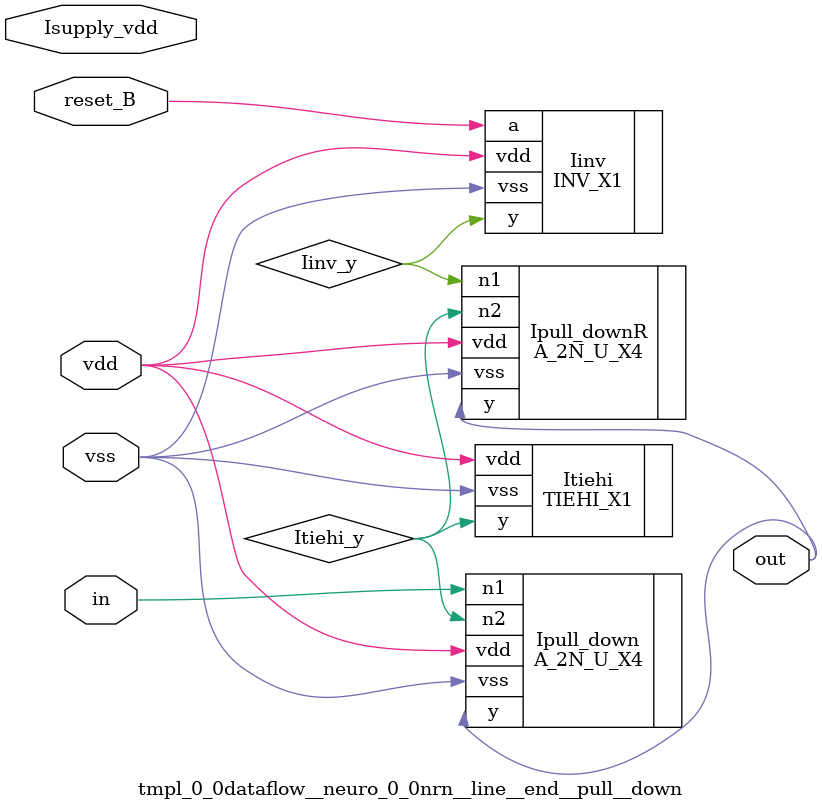
<source format=v>
module tmpl_0_0dataflow__neuro_0_0nrn__line__end__pull__down(in, reset_B, Isupply_vdd , out, vdd, vss); 
   input vdd;
   input vss;
   input in;
   input reset_B;
   input Isupply_vdd ;
   output out;

// -- signals ---
   wire Iinv_y ;
   wire Itiehi_y ;
   wire reset_B;
   wire in;
   wire Isupply_vdd ;
   wire out ;

// --- instances
A_2N_U_X4 Ipull_down  (.n1(in), .n2(Itiehi_y ), .y(out), .vdd(vdd), .vss(vss));
TIEHI_X1 Itiehi  (.y(Itiehi_y ), .vdd(vdd), .vss(vss));
A_2N_U_X4 Ipull_downR  (.n1(Iinv_y ), .n2(Itiehi_y ), .y(out), .vdd(vdd), .vss(vss));
INV_X1 Iinv  (.y(Iinv_y ), .a(reset_B), .vdd(vdd), .vss(vss));
endmodule
</source>
